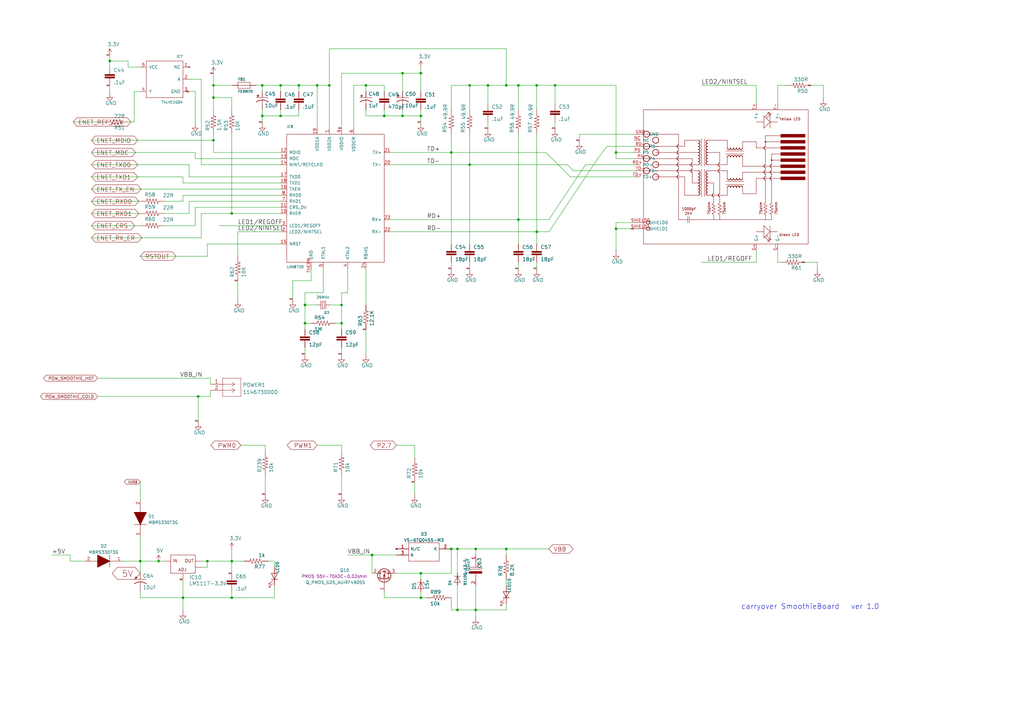
<source format=kicad_sch>
(kicad_sch (version 20211123) (generator eeschema)
  (paper "User" 426.441 293.954)
  (junction (at 256.54 63.5))
  (junction (at 127 127))
  (junction (at 88.9 35.56))
  (junction (at 127 134.62))
  (junction (at 175.26 30.48))
  (junction (at 58.42 233.68))
  (junction (at 109.22 48.26))
  (junction (at 45.72 25.4))
  (junction (at 210.82 35.56))
  (junction (at 256.54 95.25))
  (junction (at 154.94 231.14))
  (junction (at 223.52 96.52))
  (junction (at 66.04 233.68))
  (junction (at 167.64 48.26))
  (junction (at 215.9 35.56))
  (junction (at 132.08 35.56))
  (junction (at 190.5 254))
  (junction (at 116.84 48.26))
  (junction (at 187.96 228.6))
  (junction (at 96.52 88.9))
  (junction (at 88.9 58.42))
  (junction (at 198.12 254))
  (junction (at 167.64 30.48))
  (junction (at 175.26 248.92))
  (junction (at 187.96 63.5))
  (junction (at 88.9 40.64))
  (junction (at 76.2 248.92))
  (junction (at 203.2 35.56))
  (junction (at 86.36 233.68))
  (junction (at 152.4 35.56))
  (junction (at 175.26 48.26))
  (junction (at 223.52 35.56))
  (junction (at 190.5 228.6))
  (junction (at 137.16 35.56))
  (junction (at 142.24 127))
  (junction (at 215.9 91.44))
  (junction (at 195.58 68.58))
  (junction (at 96.52 248.92))
  (junction (at 116.84 35.56))
  (junction (at 82.55 165.1))
  (junction (at 109.22 35.56))
  (junction (at 195.58 35.56))
  (junction (at 96.52 233.68))
  (junction (at 231.14 35.56))
  (junction (at 142.24 134.62))
  (junction (at 124.46 35.56))
  (junction (at 175.26 238.76))
  (junction (at 160.02 48.26))
  (junction (at 198.12 228.6))
  (junction (at 210.82 228.6))
  (wire (pts (xy 76.2 73.66) (xy 38.1 73.66)))
  (wire (pts (xy 82.55 165.1) (xy 87.63 165.1)))
  (wire (pts (xy 45.72 25.4) (xy 45.72 27.94)))
  (wire (pts (xy 134.62 121.92) (xy 134.62 111.76)))
  (wire (pts (xy 83.82 88.9) (xy 96.52 88.9)))
  (wire (pts (xy 203.2 43.18) (xy 203.2 35.56)))
  (wire (pts (xy 127 137.16) (xy 127 134.62)))
  (wire (pts (xy 58.42 238.76) (xy 58.42 233.68)))
  (wire (pts (xy 256.54 92.71) (xy 256.54 95.25)))
  (wire (pts (xy 256.54 35.56) (xy 231.14 35.56)))
  (wire (pts (xy 96.52 35.56) (xy 88.9 35.56)))
  (wire (pts (xy 172.72 185.42) (xy 165.1 185.42)))
  (wire (pts (xy 137.16 20.32) (xy 210.82 20.32)))
  (wire (pts (xy 43.18 50.8) (xy 30.48 50.8)))
  (wire (pts (xy 58.42 83.82) (xy 38.1 83.82)))
  (wire (pts (xy 144.78 231.14) (xy 154.94 231.14)))
  (wire (pts (xy 58.42 233.68) (xy 66.04 233.68)))
  (wire (pts (xy 198.12 254) (xy 198.12 256.54)))
  (wire (pts (xy 160.02 45.72) (xy 160.02 48.26)))
  (wire (pts (xy 256.54 66.04) (xy 256.54 63.5)))
  (wire (pts (xy 114.3 248.92) (xy 96.52 248.92)))
  (wire (pts (xy 187.96 228.6) (xy 187.96 238.76)))
  (wire (pts (xy 96.52 88.9) (xy 116.84 88.9)))
  (wire (pts (xy 96.52 40.64) (xy 88.9 40.64)))
  (wire (pts (xy 215.9 101.6) (xy 215.9 91.44)))
  (wire (pts (xy 38.1 78.74) (xy 116.84 78.74)))
  (wire (pts (xy 45.72 22.86) (xy 45.72 25.4)))
  (wire (pts (xy 223.52 101.6) (xy 223.52 96.52)))
  (wire (pts (xy 96.52 248.92) (xy 76.2 248.92)))
  (wire (pts (xy 198.12 254) (xy 190.5 254)))
  (wire (pts (xy 175.26 48.26) (xy 175.26 45.72)))
  (wire (pts (xy 86.36 236.22) (xy 86.36 233.68)))
  (wire (pts (xy 88.9 35.56) (xy 88.9 40.64)))
  (wire (pts (xy 142.24 187.96) (xy 142.24 185.42)))
  (wire (pts (xy 187.96 248.92) (xy 187.96 254)))
  (wire (pts (xy 106.68 35.56) (xy 109.22 35.56)))
  (wire (pts (xy 167.64 48.26) (xy 175.26 48.26)))
  (wire (pts (xy 127 121.92) (xy 134.62 121.92)))
  (wire (pts (xy 162.56 96.52) (xy 223.52 96.52)))
  (wire (pts (xy 142.24 147.32) (xy 142.24 144.78)))
  (wire (pts (xy 139.7 134.62) (xy 142.24 134.62)))
  (wire (pts (xy 152.4 48.26) (xy 160.02 48.26)))
  (wire (pts (xy 215.9 45.72) (xy 215.9 35.56)))
  (wire (pts (xy 142.24 30.48) (xy 167.64 30.48)))
  (wire (pts (xy 86.36 106.68) (xy 58.42 106.68)))
  (wire (pts (xy 292.1 35.56) (xy 314.96 35.56)))
  (wire (pts (xy 142.24 185.42) (xy 132.08 185.42)))
  (wire (pts (xy 83.82 99.06) (xy 83.82 88.9)))
  (wire (pts (xy 187.96 45.72) (xy 187.96 35.56)))
  (wire (pts (xy 76.2 248.92) (xy 76.2 254)))
  (wire (pts (xy 190.5 238.76) (xy 190.5 228.6)))
  (wire (pts (xy 314.96 104.14) (xy 314.96 109.22)))
  (wire (pts (xy 124.46 45.72) (xy 124.46 48.26)))
  (wire (pts (xy 175.26 241.3) (xy 175.26 238.76)))
  (wire (pts (xy 81.28 63.5) (xy 81.28 66.04)))
  (wire (pts (xy 81.28 66.04) (xy 116.84 66.04)))
  (wire (pts (xy 99.06 106.68) (xy 99.06 96.52)))
  (wire (pts (xy 175.26 50.8) (xy 175.26 48.26)))
  (wire (pts (xy 81.28 38.1) (xy 81.28 50.8)))
  (wire (pts (xy 190.5 254) (xy 187.96 254)))
  (wire (pts (xy 210.82 228.6) (xy 228.6 228.6)))
  (wire (pts (xy 165.1 238.76) (xy 175.26 238.76)))
  (wire (pts (xy 203.2 35.56) (xy 195.58 35.56)))
  (wire (pts (xy 241.3 55.88) (xy 264.16 55.88)))
  (wire (pts (xy 190.5 243.84) (xy 190.5 254)))
  (wire (pts (xy 76.2 73.66) (xy 76.2 76.2)))
  (wire (pts (xy 109.22 50.8) (xy 109.22 48.26)))
  (wire (pts (xy 223.52 45.72) (xy 223.52 35.56)))
  (wire (pts (xy 167.64 38.1) (xy 167.64 30.48)))
  (wire (pts (xy 88.9 40.64) (xy 88.9 45.72)))
  (wire (pts (xy 99.06 116.84) (xy 99.06 124.46)))
  (wire (pts (xy 210.82 251.46) (xy 210.82 254)))
  (wire (pts (xy 132.08 127) (xy 127 127)))
  (wire (pts (xy 110.49 185.42) (xy 100.33 185.42)))
  (wire (pts (xy 83.82 68.58) (xy 83.82 33.02)))
  (wire (pts (xy 40.64 157.48) (xy 87.63 157.48)))
  (wire (pts (xy 292.1 109.22) (xy 314.96 109.22)))
  (wire (pts (xy 137.16 127) (xy 142.24 127)))
  (wire (pts (xy 264.16 73.66) (xy 237.49 73.66)))
  (wire (pts (xy 323.85 109.22) (xy 325.12 109.22)))
  (wire (pts (xy 116.84 96.52) (xy 99.06 96.52)))
  (wire (pts (xy 129.54 134.62) (xy 127 134.62)))
  (wire (pts (xy 187.96 111.76) (xy 187.96 109.22)))
  (wire (pts (xy 152.4 45.72) (xy 152.4 48.26)))
  (wire (pts (xy 264.16 68.58) (xy 243.84 68.58)))
  (wire (pts (xy 198.12 243.84) (xy 198.12 254)))
  (wire (pts (xy 198.12 228.6) (xy 198.12 231.14)))
  (wire (pts (xy 342.9 35.56) (xy 342.9 40.64)))
  (wire (pts (xy 82.55 165.1) (xy 82.55 175.26)))
  (wire (pts (xy 83.82 33.02) (xy 78.74 33.02)))
  (wire (pts (xy 190.5 228.6) (xy 198.12 228.6)))
  (wire (pts (xy 38.1 58.42) (xy 88.9 58.42)))
  (wire (pts (xy 152.4 137.16) (xy 152.4 147.32)))
  (wire (pts (xy 264.16 66.04) (xy 256.54 66.04)))
  (wire (pts (xy 116.84 101.6) (xy 86.36 101.6)))
  (wire (pts (xy 160.02 248.92) (xy 175.26 248.92)))
  (wire (pts (xy 78.74 73.66) (xy 116.84 73.66)))
  (wire (pts (xy 231.14 53.34) (xy 231.14 50.8)))
  (wire (pts (xy 53.34 27.94) (xy 53.34 25.4)))
  (wire (pts (xy 144.78 121.92) (xy 142.24 121.92)))
  (wire (pts (xy 78.74 68.58) (xy 38.1 68.58)))
  (wire (pts (xy 264.16 95.25) (xy 256.54 95.25)))
  (wire (pts (xy 175.26 248.92) (xy 175.26 246.38)))
  (wire (pts (xy 160.02 35.56) (xy 160.02 38.1)))
  (wire (pts (xy 210.82 254) (xy 198.12 254)))
  (wire (pts (xy 223.52 55.88) (xy 223.52 96.52)))
  (wire (pts (xy 223.52 111.76) (xy 223.52 109.22)))
  (wire (pts (xy 252.73 60.96) (xy 248.92 66.04)))
  (wire (pts (xy 256.54 63.5) (xy 264.16 63.5)))
  (wire (pts (xy 124.46 38.1) (xy 124.46 35.56)))
  (wire (pts (xy 154.94 231.14) (xy 154.94 238.76)))
  (wire (pts (xy 76.2 241.3) (xy 76.2 248.92)))
  (wire (pts (xy 81.28 93.98) (xy 81.28 86.36)))
  (wire (pts (xy 109.22 48.26) (xy 109.22 45.72)))
  (wire (pts (xy 162.56 91.44) (xy 215.9 91.44)))
  (wire (pts (xy 256.54 63.5) (xy 256.54 35.56)))
  (wire (pts (xy 55.88 50.8) (xy 55.88 38.1)))
  (wire (pts (xy 78.74 83.82) (xy 116.84 83.82)))
  (wire (pts (xy 58.42 88.9) (xy 38.1 88.9)))
  (wire (pts (xy 129.54 116.84) (xy 129.54 111.76)))
  (wire (pts (xy 162.56 63.5) (xy 187.96 63.5)))
  (wire (pts (xy 127 147.32) (xy 127 144.78)))
  (wire (pts (xy 142.24 205.74) (xy 142.24 198.12)))
  (wire (pts (xy 215.9 35.56) (xy 210.82 35.56)))
  (wire (pts (xy 88.9 63.5) (xy 116.84 63.5)))
  (wire (pts (xy 337.82 35.56) (xy 342.9 35.56)))
  (wire (pts (xy 264.16 92.71) (xy 256.54 92.71)))
  (wire (pts (xy 83.82 233.68) (xy 86.36 233.68)))
  (wire (pts (xy 323.85 43.18) (xy 323.85 35.56)))
  (wire (pts (xy 88.9 58.42) (xy 88.9 63.5)))
  (wire (pts (xy 142.24 127) (xy 142.24 134.62)))
  (wire (pts (xy 110.49 187.96) (xy 110.49 185.42)))
  (wire (pts (xy 58.42 27.94) (xy 53.34 27.94)))
  (wire (pts (xy 228.6 91.44) (xy 215.9 91.44)))
  (wire (pts (xy 91.44 93.98) (xy 116.84 93.98)))
  (wire (pts (xy 210.82 241.3) (xy 210.82 243.84)))
  (wire (pts (xy 162.56 68.58) (xy 195.58 68.58)))
  (wire (pts (xy 127 127) (xy 127 121.92)))
  (wire (pts (xy 198.12 228.6) (xy 210.82 228.6)))
  (wire (pts (xy 142.24 134.62) (xy 142.24 137.16)))
  (wire (pts (xy 55.88 38.1) (xy 58.42 38.1)))
  (wire (pts (xy 210.82 35.56) (xy 203.2 35.56)))
  (wire (pts (xy 132.08 53.34) (xy 132.08 35.56)))
  (wire (pts (xy 114.3 233.68) (xy 114.3 236.22)))
  (wire (pts (xy 215.9 111.76) (xy 215.9 109.22)))
  (wire (pts (xy 152.4 35.56) (xy 160.02 35.56)))
  (wire (pts (xy 152.4 111.76) (xy 152.4 127)))
  (wire (pts (xy 58.42 248.92) (xy 76.2 248.92)))
  (wire (pts (xy 190.5 228.6) (xy 187.96 228.6)))
  (wire (pts (xy 264.16 71.12) (xy 238.76 71.12)))
  (wire (pts (xy 29.21 233.68) (xy 35.56 233.68)))
  (wire (pts (xy 231.14 43.18) (xy 231.14 35.56)))
  (wire (pts (xy 323.85 104.14) (xy 323.85 109.22)))
  (wire (pts (xy 124.46 35.56) (xy 132.08 35.56)))
  (wire (pts (xy 101.6 233.68) (xy 96.52 233.68)))
  (wire (pts (xy 38.1 63.5) (xy 81.28 63.5)))
  (wire (pts (xy 124.46 48.26) (xy 116.84 48.26)))
  (wire (pts (xy 147.32 53.34) (xy 147.32 35.56)))
  (wire (pts (xy 96.52 233.68) (xy 96.52 228.6)))
  (wire (pts (xy 83.82 99.06) (xy 38.1 99.06)))
  (wire (pts (xy 86.36 101.6) (xy 86.36 106.68)))
  (wire (pts (xy 58.42 208.28) (xy 58.42 200.66)))
  (wire (pts (xy 147.32 35.56) (xy 152.4 35.56)))
  (wire (pts (xy 340.36 109.22) (xy 340.36 111.76)))
  (wire (pts (xy 116.84 48.26) (xy 109.22 48.26)))
  (wire (pts (xy 114.3 243.84) (xy 114.3 248.92)))
  (wire (pts (xy 137.16 35.56) (xy 137.16 53.34)))
  (wire (pts (xy 40.64 165.1) (xy 82.55 165.1)))
  (wire (pts (xy 223.52 35.56) (xy 215.9 35.56)))
  (wire (pts (xy 88.9 30.48) (xy 88.9 35.56)))
  (wire (pts (xy 21.59 231.14) (xy 29.21 231.14)))
  (wire (pts (xy 78.74 38.1) (xy 81.28 38.1)))
  (wire (pts (xy 152.4 38.1) (xy 152.4 35.56)))
  (wire (pts (xy 78.74 88.9) (xy 78.74 83.82)))
  (wire (pts (xy 81.28 86.36) (xy 116.84 86.36)))
  (wire (pts (xy 210.82 20.32) (xy 210.82 35.56)))
  (wire (pts (xy 96.52 246.38) (xy 96.52 248.92)))
  (wire (pts (xy 228.6 96.52) (xy 248.92 66.04)))
  (wire (pts (xy 195.58 101.6) (xy 195.58 68.58)))
  (wire (pts (xy 175.26 238.76) (xy 187.96 238.76)))
  (wire (pts (xy 172.72 190.5) (xy 172.72 185.42)))
  (wire (pts (xy 167.64 45.72) (xy 167.64 48.26)))
  (wire (pts (xy 160.02 48.26) (xy 167.64 48.26)))
  (wire (pts (xy 241.3 58.42) (xy 241.3 55.88)))
  (wire (pts (xy 87.63 165.1) (xy 87.63 162.56)))
  (wire (pts (xy 58.42 246.38) (xy 58.42 248.92)))
  (wire (pts (xy 96.52 45.72) (xy 96.52 40.64)))
  (wire (pts (xy 83.82 236.22) (xy 86.36 236.22)))
  (wire (pts (xy 66.04 233.68) (xy 68.58 233.68)))
  (wire (pts (xy 58.42 223.52) (xy 58.42 233.68)))
  (wire (pts (xy 231.14 35.56) (xy 223.52 35.56)))
  (wire (pts (xy 50.8 233.68) (xy 58.42 233.68)))
  (wire (pts (xy 236.22 68.58) (xy 195.58 68.58)))
  (wire (pts (xy 68.58 93.98) (xy 81.28 93.98)))
  (wire (pts (xy 58.42 93.98) (xy 38.1 93.98)))
  (wire (pts (xy 86.36 233.68) (xy 96.52 233.68)))
  (wire (pts (xy 160.02 246.38) (xy 160.02 248.92)))
  (wire (pts (xy 121.92 116.84) (xy 129.54 116.84)))
  (wire (pts (xy 78.74 68.58) (xy 78.74 73.66)))
  (wire (pts (xy 142.24 53.34) (xy 142.24 30.48)))
  (wire (pts (xy 335.28 109.22) (xy 340.36 109.22)))
  (wire (pts (xy 68.58 88.9) (xy 78.74 88.9)))
  (wire (pts (xy 175.26 30.48) (xy 175.26 27.94)))
  (wire (pts (xy 111.76 233.68) (xy 114.3 233.68)))
  (wire (pts (xy 228.6 96.52) (xy 223.52 96.52)))
  (wire (pts (xy 76.2 83.82) (xy 76.2 81.28)))
  (wire (pts (xy 172.72 200.66) (xy 172.72 205.74)))
  (wire (pts (xy 76.2 81.28) (xy 116.84 81.28)))
  (wire (pts (xy 109.22 38.1) (xy 109.22 35.56)))
  (wire (pts (xy 53.34 50.8) (xy 55.88 50.8)))
  (wire (pts (xy 29.21 231.14) (xy 29.21 233.68)))
  (wire (pts (xy 187.96 55.88) (xy 187.96 63.5)))
  (wire (pts (xy 314.96 43.18) (xy 314.96 35.56)))
  (wire (pts (xy 238.76 71.12) (xy 236.22 68.58)))
  (wire (pts (xy 195.58 111.76) (xy 195.58 109.22)))
  (wire (pts (xy 68.58 83.82) (xy 76.2 83.82)))
  (wire (pts (xy 110.49 205.74) (xy 110.49 198.12)))
  (wire (pts (xy 167.64 30.48) (xy 175.26 30.48)))
  (wire (pts (xy 195.58 35.56) (xy 187.96 35.56)))
  (wire (pts (xy 256.54 95.25) (xy 256.54 104.14)))
  (wire (pts (xy 195.58 55.88) (xy 195.58 68.58)))
  (wire (pts (xy 96.52 55.88) (xy 96.52 88.9)))
  (wire (pts (xy 144.78 111.76) (xy 144.78 121.92)))
  (wire (pts (xy 109.22 35.56) (xy 116.84 35.56)))
  (wire (pts (xy 177.8 248.92) (xy 175.26 248.92)))
  (wire (pts (xy 88.9 55.88) (xy 88.9 58.42)))
  (wire (pts (xy 96.52 238.76) (xy 96.52 233.68)))
  (wire (pts (xy 142.24 121.92) (xy 142.24 127)))
  (wire (pts (xy 203.2 53.34) (xy 203.2 50.8)))
  (wire (pts (xy 195.58 45.72) (xy 195.58 35.56)))
  (wire (pts (xy 116.84 68.58) (xy 83.82 68.58)))
  (wire (pts (xy 132.08 35.56) (xy 137.16 35.56)))
  (wire (pts (xy 87.63 157.48) (xy 87.63 160.02)))
  (wire (pts (xy 227.33 63.5) (xy 187.96 63.5)))
  (wire (pts (xy 116.84 35.56) (xy 124.46 35.56)))
  (wire (pts (xy 252.73 60.96) (xy 264.16 60.96)))
  (wire (pts (xy 243.84 68.58) (xy 228.6 91.44)))
  (wire (pts (xy 53.34 25.4) (xy 45.72 25.4)))
  (wire (pts (xy 215.9 55.88) (xy 215.9 91.44)))
  (wire (pts (xy 121.92 124.46) (xy 121.92 116.84)))
  (wire (pts (xy 137.16 35.56) (xy 137.16 20.32)))
  (wire (pts (xy 323.85 35.56) (xy 327.66 35.56)))
  (wire (pts (xy 45.72 35.56) (xy 45.72 38.1)))
  (wire (pts (xy 187.96 101.6) (xy 187.96 63.5)))
  (wire (pts (xy 127 134.62) (xy 127 127)))
  (wire (pts (xy 116.84 38.1) (xy 116.84 35.56)))
  (wire (pts (xy 116.84 45.72) (xy 116.84 48.26)))
  (wire (pts (xy 76.2 76.2) (xy 116.84 76.2)))
  (wire (pts (xy 237.49 73.66) (xy 227.33 63.5)))
  (wire (pts (xy 175.26 38.1) (xy 175.26 30.48)))
  (wire (pts (xy 154.94 231.14) (xy 165.1 231.14)))
  (wire (pts (xy 210.82 231.14) (xy 210.82 228.6)))
  (text "carryover SmoothieBoard   ver 1.0" (at 308.61 254 0) (effects (font (size 2.159 2.159)) (justify left bottom)))
  (label "LED2/NINTSEL" (at 99.06 96.52 0) (effects (font (size 1.778 1.778))))
  (label "VBB_IN" (at 144.78 231.14 0) (effects (font (size 1.778 1.778))))
  (label "RD+" (at 177.8 91.44 0) (effects (font (size 1.778 1.778))))
  (label "RD-" (at 177.8 96.52 0) (effects (font (size 1.778 1.778))))
  (label "TD+" (at 177.8 63.5 0) (effects (font (size 1.778 1.778))))
  (label "LED1/REGOFF" (at 294.64 109.22 0) (effects (font (size 1.778 1.778))))
  (label "+5V" (at 21.59 231.14 0) (effects (font (size 1.778 1.778))))
  (label "LED2/NINTSEL" (at 292.1 35.56 0) (effects (font (size 1.778 1.778))))
  (label "TD-" (at 177.8 68.58 0) (effects (font (size 1.778 1.778))))
  (label "VBB_IN" (at 74.93 157.48 0) (effects (font (size 1.778 1.778))))
  (label "LED1/REGOFF" (at 99.06 93.98 0) (effects (font (size 1.778 1.778))))
  (global_label "PWM0" (shape bidirectional) (at 100.33 185.42 180) (effects (font (size 1.778 1.778))) (property "Intersheet References" "${INTERSHEET_REFS}" (effects hide)))
  (global_label "GND" (shape bidirectional) (at 142.24 205.74 180) (effects (font (size 0.254 0.254))) (property "Intersheet References" "${INTERSHEET_REFS}" (effects hide)))
  (global_label "GND" (shape bidirectional) (at 110.49 205.74 180) (effects (font (size 0.254 0.254))) (property "Intersheet References" "${INTERSHEET_REFS}" (effects hide)))
  (global_label "GND" (shape bidirectional) (at 195.58 111.76 180) (effects (font (size 0.254 0.254))) (property "Intersheet References" "${INTERSHEET_REFS}" (effects hide)))
  (global_label "3.3V" (shape bidirectional) (at 45.72 22.86 180) (effects (font (size 0.254 0.254))) (property "Intersheet References" "${INTERSHEET_REFS}" (effects hide)))
  (global_label "GND" (shape bidirectional) (at 45.72 35.56 180) (effects (font (size 0.254 0.254))) (property "Intersheet References" "${INTERSHEET_REFS}" (effects hide)))
  (global_label "RSTOUT" (shape bidirectional) (at 58.42 106.68 0) (effects (font (size 1.778 1.778))) (property "Intersheet References" "${INTERSHEET_REFS}" (effects hide)))
  (global_label "GND" (shape bidirectional) (at 187.96 111.76 180) (effects (font (size 0.254 0.254))) (property "Intersheet References" "${INTERSHEET_REFS}" (effects hide)))
  (global_label "ENET_MDC" (shape bidirectional) (at 38.1 63.5 0) (effects (font (size 1.778 1.778))) (property "Intersheet References" "${INTERSHEET_REFS}" (effects hide)))
  (global_label "ENET_RXD0" (shape bidirectional) (at 38.1 83.82 0) (effects (font (size 1.778 1.778))) (property "Intersheet References" "${INTERSHEET_REFS}" (effects hide)))
  (global_label "GND" (shape bidirectional) (at 223.52 111.76 180) (effects (font (size 0.254 0.254))) (property "Intersheet References" "${INTERSHEET_REFS}" (effects hide)))
  (global_label "GND" (shape bidirectional) (at 99.06 116.84 180) (effects (font (size 0.254 0.254))) (property "Intersheet References" "${INTERSHEET_REFS}" (effects hide)))
  (global_label "GND" (shape bidirectional) (at 203.2 53.34 180) (effects (font (size 0.254 0.254))) (property "Intersheet References" "${INTERSHEET_REFS}" (effects hide)))
  (global_label "ENET_TXD1" (shape bidirectional) (at 38.1 73.66 0) (effects (font (size 1.778 1.778))) (property "Intersheet References" "${INTERSHEET_REFS}" (effects hide)))
  (global_label "ENET_CRS" (shape bidirectional) (at 38.1 93.98 0) (effects (font (size 1.778 1.778))) (property "Intersheet References" "${INTERSHEET_REFS}" (effects hide)))
  (global_label "GND" (shape bidirectional) (at 172.72 200.66 180) (effects (font (size 0.254 0.254))) (property "Intersheet References" "${INTERSHEET_REFS}" (effects hide)))
  (global_label "3.3V" (shape bidirectional) (at 96.52 238.76 180) (effects (font (size 0.254 0.254))) (property "Intersheet References" "${INTERSHEET_REFS}" (effects hide)))
  (global_label "GND" (shape bidirectional) (at 127 147.32 180) (effects (font (size 0.254 0.254))) (property "Intersheet References" "${INTERSHEET_REFS}" (effects hide)))
  (global_label "3.3V" (shape bidirectional) (at 88.9 30.48 180) (effects (font (size 0.254 0.254))) (property "Intersheet References" "${INTERSHEET_REFS}" (effects hide)))
  (global_label "ENET_TXD0" (shape bidirectional) (at 38.1 68.58 0) (effects (font (size 1.778 1.778))) (property "Intersheet References" "${INTERSHEET_REFS}" (effects hide)))
  (global_label "VUSB" (shape bidirectional) (at 58.42 200.66 180) (effects (font (size 1 1))) (property "Intersheet References" "${INTERSHEET_REFS}" (effects hide)))
  (global_label "ENET_TX_EN" (shape bidirectional) (at 38.1 78.74 0) (effects (font (size 1.778 1.778))) (property "Intersheet References" "${INTERSHEET_REFS}" (effects hide)))
  (global_label "GND" (shape bidirectional) (at 109.22 50.8 180) (effects (font (size 0.254 0.254))) (property "Intersheet References" "${INTERSHEET_REFS}" (effects hide)))
  (global_label "GND" (shape bidirectional) (at 82.55 175.26 180) (effects (font (size 0.254 0.254))) (property "Intersheet References" "${INTERSHEET_REFS}" (effects hide)))
  (global_label "3.3V" (shape bidirectional) (at 142.24 53.34 180) (effects (font (size 0.254 0.254))) (property "Intersheet References" "${INTERSHEET_REFS}" (effects hide)))
  (global_label "GND" (shape bidirectional) (at 152.4 137.16 180) (effects (font (size 0.254 0.254))) (property "Intersheet References" "${INTERSHEET_REFS}" (effects hide)))
  (global_label "GND" (shape bidirectional) (at 264.16 95.25 180) (effects (font (size 0.254 0.254))) (property "Intersheet References" "${INTERSHEET_REFS}" (effects hide)))
  (global_label "GND" (shape bidirectional) (at 76.2 241.3 180) (effects (font (size 0.254 0.254))) (property "Intersheet References" "${INTERSHEET_REFS}" (effects hide)))
  (global_label "GND" (shape bidirectional) (at 142.24 147.32 180) (effects (font (size 0.254 0.254))) (property "Intersheet References" "${INTERSHEET_REFS}" (effects hide)))
  (global_label "GND" (shape bidirectional) (at 175.26 50.8 180) (effects (font (size 0.254 0.254))) (property "Intersheet References" "${INTERSHEET_REFS}" (effects hide)))
  (global_label "ENET_REF_CLK" (shape bidirectional) (at 30.48 50.8 0) (effects (font (size 1.778 1.778))) (property "Intersheet References" "${INTERSHEET_REFS}" (effects hide)))
  (global_label "ENET_RXD1" (shape bidirectional) (at 38.1 88.9 0) (effects (font (size 1.778 1.778))) (property "Intersheet References" "${INTERSHEET_REFS}" (effects hide)))
  (global_label "GND" (shape bidirectional) (at 337.82 35.56 180) (effects (font (size 0.254 0.254))) (property "Intersheet References" "${INTERSHEET_REFS}" (effects hide)))
  (global_label "POW_SMOOTHIE_HOT" (shape bidirectional) (at 40.64 157.48 180) (property "Intersheet References" "${INTERSHEET_REFS}" (effects hide)))
  (global_label "GND" (shape bidirectional) (at 121.92 124.46 180) (effects (font (size 0.254 0.254))) (property "Intersheet References" "${INTERSHEET_REFS}" (effects hide)))
  (global_label "ENET_MDIO" (shape bidirectional) (at 38.1 58.42 0) (effects (font (size 1.778 1.778))) (property "Intersheet References" "${INTERSHEET_REFS}" (effects hide)))
  (global_label "GND" (shape bidirectional) (at 241.3 58.42 180) (effects (font (size 0.254 0.254))) (property "Intersheet References" "${INTERSHEET_REFS}" (effects hide)))
  (global_label "ENET_RX_ER" (shape bidirectional) (at 38.1 99.06 0) (effects (font (size 1.778 1.778))) (property "Intersheet References" "${INTERSHEET_REFS}" (effects hide)))
  (global_label "GND" (shape bidirectional) (at 231.14 53.34 180) (effects (font (size 0.254 0.254))) (property "Intersheet References" "${INTERSHEET_REFS}" (effects hide)))
  (global_label "GND" (shape bidirectional) (at 78.74 38.1 180) (effects (font (size 0.254 0.254))) (property "Intersheet References" "${INTERSHEET_REFS}" (effects hide)))
  (global_label "P2.7" (shape bidirectional) (at 165.1 185.42 180) (effects (font (size 1.778 1.778))) (property "Intersheet References" "${INTERSHEET_REFS}" (effects hide)))
  (global_label "GND" (shape bidirectional) (at 335.28 109.22 180) (effects (font (size 0.254 0.254))) (property "Intersheet References" "${INTERSHEET_REFS}" (effects hide)))
  (global_label "PWM1" (shape bidirectional) (at 132.08 185.42 180) (effects (font (size 1.778 1.778))) (property "Intersheet References" "${INTERSHEET_REFS}" (effects hide)))
  (global_label "POW_SMOOTHIE_COLD" (shape bidirectional) (at 40.64 165.1 180) (property "Intersheet References" "${INTERSHEET_REFS}" (effects hide)))
  (global_label "5V" (shape bidirectional) (at 58.42 238.76 180) (effects (font (size 2.54 2.54))) (property "Intersheet References" "${INTERSHEET_REFS}" (effects hide)))
  (global_label "VBB" (shape bidirectional) (at 228.6 228.6 0) (effects (font (size 1.778 1.778))) (property "Intersheet References" "${INTERSHEET_REFS}" (effects hide)))
  (global_label "GND" (shape bidirectional) (at 215.9 111.76 180) (effects (font (size 0.254 0.254))) (property "Intersheet References" "${INTERSHEET_REFS}" (effects hide)))
  (symbol (lib_id "smoothieboard-5driver-eagle-import:R-US_R0603") (at 88.9 50.8 90) (unit 1)
    (property "Reference" "R52" (at 87.4014 54.61 0) (effects (font (size 1.4986 1.4986)) (justify left bottom)))
    (property "Value" "1.5K" (at 92.202 54.61 0) (effects (font (size 1.4986 1.4986)) (justify left bottom)))
    (property "Footprint" "smoothieboard-5driver:R0603" (effects hide))
  )
  (symbol (lib_id "smoothieboard-5driver-eagle-import:R-US_R0603") (at 134.62 134.62 0) (unit 1)
    (property "Reference" "R64" (at 130.81 133.1214 0) (effects (font (size 1.4986 1.4986)) (justify left bottom)))
    (property "Value" "1M" (at 130.81 137.922 0) (effects (font (size 1.4986 1.4986)) (justify left bottom)))
    (property "Footprint" "smoothieboard-5driver:R0603" (effects hide))
  )
  (symbol (lib_id "smoothieboard-5driver-eagle-import:R-US_R0603") (at 99.06 111.76 90) (unit 1)
    (property "Reference" "R62" (at 97.5614 115.57 0) (effects (font (size 1.4986 1.4986)) (justify left bottom)))
    (property "Value" "10K" (at 102.362 115.57 0) (effects (font (size 1.4986 1.4986)) (justify left bottom)))
    (property "Footprint" "smoothieboard-5driver:R0603" (effects hide))
  )
  (symbol (lib_id "smoothieboard-5driver-eagle-import:C-EUC0603") (at 175.26 40.64 0) (unit 1)
    (property "Reference" "C51" (at 176.784 40.259 0) (effects (font (size 1.4986 1.4986)) (justify left bottom)))
    (property "Value" ".1uF" (at 176.784 45.339 0) (effects (font (size 1.4986 1.4986)) (justify left bottom)))
    (property "Footprint" "smoothieboard-5driver:C0603" (effects hide))
  )
  (symbol (lib_id "smoothieboard-5driver-eagle-import:3.3V") (at 45.72 22.86 0) (unit 1)
    (property "Reference" "#P+0119" (effects hide))
    (property "Value" "3.3V" (at 44.704 19.304 0) (effects (font (size 1.4986 1.4986)) (justify left bottom)))
  )
  (symbol (lib_id "smoothieboard-5driver-eagle-import:GND") (at 198.12 259.08 0) (unit 1)
    (property "Reference" "#SUPPLY0140" (effects hide))
    (property "Value" "GND" (at 196.215 262.255 0) (effects (font (size 1.4986 1.4986)) (justify left bottom)))
  )
  (symbol (lib_id "smoothieboard-5driver-eagle-import:V_REG_LM1117SOT223") (at 76.2 233.68 0) (unit 1)
    (property "Reference" "IC10" (at 78.74 241.3 0) (effects (font (size 1.4986 1.4986)) (justify left bottom)))
    (property "Value" "LM1117-3.3V" (at 78.74 243.84 0) (effects (font (size 1.4986 1.4986)) (justify left bottom)))
    (property "Footprint" "smoothieboard-5driver:SOT223" (effects hide))
  )
  (symbol (lib_id "smoothieboard-5driver-eagle-import:GND") (at 203.2 55.88 0) (unit 1)
    (property "Reference" "#SUPPLY0156" (effects hide))
    (property "Value" "GND" (at 201.295 59.055 0) (effects (font (size 1.4986 1.4986)) (justify left bottom)))
  )
  (symbol (lib_id "smoothieboard-5driver-eagle-import:LAN8720") (at 139.7 81.28 0) (unit 1)
    (property "Reference" "IC8" (at 119.38 53.34 0) (effects (font (size 1.0668 1.0668)) (justify left bottom)))
    (property "Value" "LAN8720" (at 119.38 111.76 0) (effects (font (size 1.0668 1.0668)) (justify left bottom)))
    (property "Footprint" "smoothieboard-5driver:QFN24_4MM" (effects hide))
  )
  (symbol (lib_id "smoothieboard-5driver-eagle-import:GND") (at 45.72 40.64 0) (unit 1)
    (property "Reference" "#SUPPLY0136" (effects hide))
    (property "Value" "GND" (at 43.815 43.815 0) (effects (font (size 1.4986 1.4986)) (justify left bottom)))
  )
  (symbol (lib_id "smoothieboard-5driver-eagle-import:R-US_R0603") (at 330.2 109.22 180) (unit 1)
    (property "Reference" "R61" (at 334.01 110.7186 0) (effects (font (size 1.4986 1.4986)) (justify left bottom)))
    (property "Value" "330R" (at 334.01 105.918 0) (effects (font (size 1.4986 1.4986)) (justify left bottom)))
    (property "Footprint" "smoothieboard-5driver:R0603" (effects hide))
  )
  (symbol (lib_id "smoothieboard-5driver-eagle-import:CAP_POL1206") (at 109.22 40.64 0) (unit 1)
    (property "Reference" "C45" (at 110.236 40.005 0) (effects (font (size 1.4986 1.4986)) (justify left bottom)))
    (property "Value" "10uF" (at 110.236 44.831 0) (effects (font (size 1.4986 1.4986)) (justify left bottom)))
    (property "Footprint" "smoothieboard-5driver:EIA3216" (effects hide))
  )
  (symbol (lib_id "smoothieboard-5driver-eagle-import:GND") (at 152.4 149.86 0) (unit 1)
    (property "Reference" "#SUPPLY0150" (effects hide))
    (property "Value" "GND" (at 150.495 153.035 0) (effects (font (size 1.4986 1.4986)) (justify left bottom)))
  )
  (symbol (lib_id "smoothieboard-5driver-eagle-import:GND") (at 142.24 208.28 0) (unit 1)
    (property "Reference" "#SUPPLY0139" (effects hide))
    (property "Value" "GND" (at 140.335 211.455 0) (effects (font (size 1.4986 1.4986)) (justify left bottom)))
  )
  (symbol (lib_id "smoothieboard-5driver-eagle-import:5V") (at 66.04 233.68 0) (unit 1)
    (property "Reference" "#U$0104" (effects hide))
    (property "Value" "5V" (at 65.024 230.124 0) (effects (font (size 1.4986 1.4986)) (justify left bottom)))
  )
  (symbol (lib_id "smoothieboard-5driver-eagle-import:GND") (at 142.24 149.86 0) (unit 1)
    (property "Reference" "#SUPPLY0151" (effects hide))
    (property "Value" "GND" (at 140.335 153.035 0) (effects (font (size 1.4986 1.4986)) (justify left bottom)))
  )
  (symbol (lib_id "smoothieboard-5driver-eagle-import:74LVC1G04") (at 68.58 33.02 0) (mirror y) (unit 1)
    (property "Reference" "IC7" (at 76.2 24.13 0) (effects (font (size 1.0668 1.0668)) (justify left bottom)))
    (property "Value" "74LVC1G04" (at 76.2 43.18 0) (effects (font (size 1.0668 1.0668)) (justify left bottom)))
    (property "Footprint" "smoothieboard-5driver:SOT23-5" (effects hide))
  )
  (symbol (lib_id "SAMAC:EDK107M035A9HAA") (at 198.12 231.14 270) (unit 1)
    (property "Reference" "C63" (at 198.755 232.156 0) (effects (font (size 1.4986 1.4986)) (justify left bottom)))
    (property "Value" "100uF" (at 193.929 232.156 0) (effects (font (size 1.4986 1.4986)) (justify left bottom)))
    (property "Footprint" "SAMAC:CAPAE660X800N" (effects hide))
    (property "Datasheet" "https://www.kemet.com/specsheet/EDK107M035A9HAA" (effects hide))
    (property "Description" "Aluminum Electrolytic Capacitors - SMD 35V 100uF 20%" (effects hide))
    (property "Height" "8" (effects hide))
    (property "Mouser Part Number" "80-EDK107M035A9HAA" (effects hide))
    (property "Mouser Price/Stock" "https://www.mouser.co.uk/ProductDetail/KEMET/EDK107M035A9HAA?qs=T9vdlufmP8wEbPdGrLfbyw%3D%3D" (effects hide))
    (property "Manufacturer_Name" "KEMET" (effects hide))
    (property "Manufacturer_Part_Number" "EDK107M035A9HAA" (effects hide))
  )
  (symbol (lib_id "smoothieboard-5driver-eagle-import:C-EUC0603") (at 203.2 45.72 0) (unit 1)
    (property "Reference" "C52" (at 204.724 45.339 0) (effects (font (size 1.4986 1.4986)) (justify left bottom)))
    (property "Value" ".1uF" (at 204.724 50.419 0) (effects (font (size 1.4986 1.4986)) (justify left bottom)))
    (property "Footprint" "smoothieboard-5driver:C0603" (effects hide))
  )
  (symbol (lib_id "smoothieboard-5driver-eagle-import:3.3V") (at 96.52 228.6 0) (unit 1)
    (property "Reference" "#P+0120" (effects hide))
    (property "Value" "3.3V" (at 95.504 225.044 0) (effects (font (size 1.4986 1.4986)) (justify left bottom)))
  )
  (symbol (lib_id "smoothieboard-5driver-eagle-import:R-US_R0603") (at 142.24 193.04 90) (unit 1)
    (property "Reference" "R71" (at 140.7414 196.85 0) (effects (font (size 1.4986 1.4986)) (justify left bottom)))
    (property "Value" "10k" (at 145.542 196.85 0) (effects (font (size 1.4986 1.4986)) (justify left bottom)))
    (property "Footprint" "smoothieboard-5driver:R0603" (effects hide))
  )
  (symbol (lib_id "smoothieboard-5driver-eagle-import:R-US_R0603") (at 63.5 83.82 180) (unit 1)
    (property "Reference" "R58" (at 64.77 80.2386 0) (effects (font (size 1.4986 1.4986)) (justify left bottom)))
    (property "Value" "22R" (at 72.39 80.518 0) (effects (font (size 1.4986 1.4986)) (justify left bottom)))
    (property "Footprint" "smoothieboard-5driver:R0603" (effects hide))
  )
  (symbol (lib_id "smoothieboard-5driver-eagle-import:GND") (at 99.06 127 0) (unit 1)
    (property "Reference" "#SUPPLY0134" (effects hide))
    (property "Value" "GND" (at 97.155 130.175 0) (effects (font (size 1.4986 1.4986)) (justify left bottom)))
  )
  (symbol (lib_id "smoothieboard-5driver-eagle-import:R-US_R0603") (at 182.88 248.92 0) (unit 1)
    (property "Reference" "R89" (at 179.07 247.4214 0) (effects (font (size 1.4986 1.4986)) (justify left bottom)))
    (property "Value" "10k" (at 179.07 252.222 0) (effects (font (size 1.4986 1.4986)) (justify left bottom)))
    (property "Footprint" "smoothieboard-5driver:R0603" (effects hide))
  )
  (symbol (lib_id "smoothieboard-5driver-eagle-import:C-EUC0603") (at 215.9 104.14 0) (unit 1)
    (property "Reference" "C56" (at 217.424 103.759 0) (effects (font (size 1.4986 1.4986)) (justify left bottom)))
    (property "Value" "18pF" (at 217.424 108.839 0) (effects (font (size 1.4986 1.4986)) (justify left bottom)))
    (property "Footprint" "smoothieboard-5driver:C0603" (effects hide))
  )
  (symbol (lib_id "smoothieboard-5driver-eagle-import:CRYSTALTHIN") (at 134.62 127 180) (unit 1)
    (property "Reference" "Q3" (at 137.16 129.54 0) (effects (font (size 1.0668 1.0668)) (justify left bottom)))
    (property "Value" "25MHz" (at 137.16 123.19 0) (effects (font (size 1.0668 1.0668)) (justify left bottom)))
    (property "Footprint" "smoothieboard-5driver:CRYSTAL_3.2X2.5" (effects hide))
  )
  (symbol (lib_id "smoothieboard-5driver-eagle-import:GND") (at 223.52 114.3 0) (unit 1)
    (property "Reference" "#SUPPLY0145" (effects hide))
    (property "Value" "GND" (at 221.615 117.475 0) (effects (font (size 1.4986 1.4986)) (justify left bottom)))
  )
  (symbol (lib_id "smoothieboard-5driver-eagle-import:C-EUC0603") (at 127 139.7 0) (unit 1)
    (property "Reference" "C58" (at 128.524 139.319 0) (effects (font (size 1.4986 1.4986)) (justify left bottom)))
    (property "Value" "12pF" (at 128.524 144.399 0) (effects (font (size 1.4986 1.4986)) (justify left bottom)))
    (property "Footprint" "smoothieboard-5driver:C0603" (effects hide))
  )
  (symbol (lib_id "smoothieboard-5driver-eagle-import:GND") (at 109.22 53.34 0) (unit 1)
    (property "Reference" "#SUPPLY0135" (effects hide))
    (property "Value" "GND" (at 107.315 56.515 0) (effects (font (size 1.4986 1.4986)) (justify left bottom)))
  )
  (symbol (lib_id "smoothieboard-5driver-eagle-import:R-US_R0603") (at 223.52 50.8 270) (unit 1)
    (property "Reference" "R57" (at 219.9386 50.8 0) (effects (font (size 1.4986 1.4986)) (justify left bottom)))
    (property "Value" "49.9R" (at 220.218 43.18 0) (effects (font (size 1.4986 1.4986)) (justify left bottom)))
    (property "Footprint" "smoothieboard-5driver:R0603" (effects hide))
  )
  (symbol (lib_id "smoothieboard-5driver-eagle-import:GND") (at 172.72 208.28 0) (unit 1)
    (property "Reference" "#SUPPLY0137" (effects hide))
    (property "Value" "GND" (at 170.815 211.455 0) (effects (font (size 1.4986 1.4986)) (justify left bottom)))
  )
  (symbol (lib_id "smoothieboard-5driver-eagle-import:C-EUC0603") (at 45.72 30.48 0) (unit 1)
    (property "Reference" "C44" (at 47.244 30.099 0) (effects (font (size 1.4986 1.4986)) (justify left bottom)))
    (property "Value" ".1uF" (at 47.244 35.179 0) (effects (font (size 1.4986 1.4986)) (justify left bottom)))
    (property "Footprint" "smoothieboard-5driver:C0603" (effects hide))
  )
  (symbol (lib_id "smoothieboard-5driver-eagle-import:R-US_R0603") (at 106.68 233.68 180) (unit 1)
    (property "Reference" "R77" (at 110.49 235.1786 0) (effects (font (size 1.4986 1.4986)) (justify left bottom)))
    (property "Value" "1k" (at 110.49 230.378 0) (effects (font (size 1.4986 1.4986)) (justify left bottom)))
    (property "Footprint" "smoothieboard-5driver:R0603" (effects hide))
  )
  (symbol (lib_id "smoothieboard-5driver-eagle-import:R-US_R0603") (at 332.74 35.56 180) (unit 1)
    (property "Reference" "R50" (at 336.55 37.0586 0) (effects (font (size 1.4986 1.4986)) (justify left bottom)))
    (property "Value" "330R" (at 336.55 32.258 0) (effects (font (size 1.4986 1.4986)) (justify left bottom)))
    (property "Footprint" "smoothieboard-5driver:R0603" (effects hide))
  )
  (symbol (lib_id "smoothieboard-5driver-eagle-import:R-US_R0603") (at 195.58 50.8 270) (unit 1)
    (property "Reference" "R55" (at 191.9986 50.8 0) (effects (font (size 1.4986 1.4986)) (justify left bottom)))
    (property "Value" "49.9R" (at 192.278 43.18 0) (effects (font (size 1.4986 1.4986)) (justify left bottom)))
    (property "Footprint" "smoothieboard-5driver:R0603" (effects hide))
  )
  (symbol (lib_id "smoothieboard-5driver-eagle-import:GND") (at 187.96 114.3 0) (unit 1)
    (property "Reference" "#SUPPLY0155" (effects hide))
    (property "Value" "GND" (at 186.055 117.475 0) (effects (font (size 1.4986 1.4986)) (justify left bottom)))
  )
  (symbol (lib_id "smoothieboard-5driver-eagle-import:GND") (at 175.26 53.34 0) (unit 1)
    (property "Reference" "#SUPPLY0157" (effects hide))
    (property "Value" "GND" (at 173.355 56.515 0) (effects (font (size 1.4986 1.4986)) (justify left bottom)))
  )
  (symbol (lib_id "smoothieboard-5driver-eagle-import:R-US_R0603") (at 215.9 50.8 270) (unit 1)
    (property "Reference" "R56" (at 212.3186 50.8 0) (effects (font (size 1.4986 1.4986)) (justify left bottom)))
    (property "Value" "49.9R" (at 212.598 43.18 0) (effects (font (size 1.4986 1.4986)) (justify left bottom)))
    (property "Footprint" "smoothieboard-5driver:R0603" (effects hide))
  )
  (symbol (lib_id "smoothieboard-5driver-eagle-import:R-US_R0603") (at 187.96 50.8 270) (unit 1)
    (property "Reference" "R54" (at 184.3786 50.8 0) (effects (font (size 1.4986 1.4986)) (justify left bottom)))
    (property "Value" "49.9R" (at 184.658 43.18 0) (effects (font (size 1.4986 1.4986)) (justify left bottom)))
    (property "Footprint" "smoothieboard-5driver:R0603" (effects hide))
  )
  (symbol (lib_id "smoothieboard-5driver-eagle-import:3.3V") (at 88.9 30.48 0) (unit 1)
    (property "Reference" "#P+0118" (effects hide))
    (property "Value" "3.3V" (at 87.884 26.924 0) (effects (font (size 1.4986 1.4986)) (justify left bottom)))
  )
  (symbol (lib_id "smoothieboard-5driver-eagle-import:R-US_R0603") (at 48.26 50.8 180) (unit 1)
    (property "Reference" "R51" (at 52.07 52.2986 0) (effects (font (size 1.4986 1.4986)) (justify left bottom)))
    (property "Value" "22R" (at 52.07 47.498 0) (effects (font (size 1.4986 1.4986)) (justify left bottom)))
    (property "Footprint" "smoothieboard-5driver:R0603" (effects hide))
  )
  (symbol (lib_id "smoothieboard-5driver-eagle-import:GND") (at 76.2 256.54 0) (unit 1)
    (property "Reference" "#SUPPLY0141" (effects hide))
    (property "Value" "GND" (at 74.295 259.715 0) (effects (font (size 1.4986 1.4986)) (justify left bottom)))
  )
  (symbol (lib_id "smoothieboard-5driver-eagle-import:R-US_R0603") (at 63.5 93.98 180) (unit 1)
    (property "Reference" "R60" (at 64.77 90.3986 0) (effects (font (size 1.4986 1.4986)) (justify left bottom)))
    (property "Value" "22R" (at 72.39 90.678 0) (effects (font (size 1.4986 1.4986)) (justify left bottom)))
    (property "Footprint" "smoothieboard-5driver:R0603" (effects hide))
  )
  (symbol (lib_id "smoothieboard-5driver-eagle-import:GND") (at 340.36 114.3 0) (unit 1)
    (property "Reference" "#SUPPLY0130" (effects hide))
    (property "Value" "GND" (at 338.455 117.475 0) (effects (font (size 1.4986 1.4986)) (justify left bottom)))
  )
  (symbol (lib_id "smoothieboard-5driver-eagle-import:DIODESMA") (at 190.5 241.3 90) (unit 1)
    (property "Reference" "D4" (at 187.96 243.84 0) (effects (font (size 1.0668 1.0668)) (justify left bottom)))
    (property "Value" "B1100-13-F" (at 194.31 243.84 0) (effects (font (size 1.0668 1.0668)) (justify left bottom)))
    (property "Footprint" "smoothieboard-5driver:SMADIODE" (effects hide))
  )
  (symbol (lib_id "smoothieboard-5driver-eagle-import:C-EUC0603") (at 116.84 40.64 0) (unit 1)
    (property "Reference" "C46" (at 118.364 40.259 0) (effects (font (size 1.4986 1.4986)) (justify left bottom)))
    (property "Value" ".1uF" (at 118.364 45.339 0) (effects (font (size 1.4986 1.4986)) (justify left bottom)))
    (property "Footprint" "smoothieboard-5driver:C0603" (effects hide))
  )
  (symbol (lib_id "smoothieboard-5driver-eagle-import:GND") (at 342.9 43.18 0) (unit 1)
    (property "Reference" "#SUPPLY0148" (effects hide))
    (property "Value" "GND" (at 340.995 46.355 0) (effects (font (size 1.4986 1.4986)) (justify left bottom)))
  )
  (symbol (lib_id "smoothieboard-5driver-eagle-import:CAP_POL1206") (at 152.4 40.64 0) (unit 1)
    (property "Reference" "C48" (at 153.416 40.005 0) (effects (font (size 1.4986 1.4986)) (justify left bottom)))
    (property "Value" "1uF" (at 153.416 44.831 0) (effects (font (size 1.4986 1.4986)) (justify left bottom)))
    (property "Footprint" "smoothieboard-5driver:EIA3216" (effects hide))
  )
  (symbol (lib_id "smoothieboard-5driver-eagle-import:R-US_R0603") (at 210.82 236.22 90) (unit 1)
    (property "Reference" "R78" (at 209.3214 240.03 0) (effects (font (size 1.4986 1.4986)) (justify left bottom)))
    (property "Value" "8.2K" (at 214.122 240.03 0) (effects (font (size 1.4986 1.4986)) (justify left bottom)))
    (property "Footprint" "smoothieboard-5driver:R0603" (effects hide))
  )
  (symbol (lib_id "smoothieboard-5driver-eagle-import:GND") (at 82.55 177.8 0) (unit 1)
    (property "Reference" "#SUPPLY0138" (effects hide))
    (property "Value" "GND" (at 80.645 180.975 0) (effects (font (size 1.4986 1.4986)) (justify left bottom)))
  )
  (symbol (lib_id "smoothieboard-5driver-eagle-import:GND") (at 127 149.86 0) (unit 1)
    (property "Reference" "#SUPPLY0152" (effects hide))
    (property "Value" "GND" (at 125.095 153.035 0) (effects (font (size 1.4986 1.4986)) (justify left bottom)))
  )
  (symbol (lib_id "smoothieboard-5driver-eagle-import:3.3V") (at 175.26 27.94 0) (unit 1)
    (property "Reference" "#P+0121" (effects hide))
    (property "Value" "3.3V" (at 174.244 24.384 0) (effects (font (size 1.4986 1.4986)) (justify left bottom)))
  )
  (symbol (lib_id "smoothieboard-5driver-eagle-import:R-US_R0603") (at 172.72 195.58 90) (unit 1)
    (property "Reference" "R72" (at 171.2214 199.39 0) (effects (font (size 1.4986 1.4986)) (justify left bottom)))
    (property "Value" "10k" (at 176.022 199.39 0) (effects (font (size 1.4986 1.4986)) (justify left bottom)))
    (property "Footprint" "Resistor_SMD:R_0603_1608Metric_Pad0.98x0.95mm_HandSolder" (effects hide))
  )
  (symbol (lib_id "smoothieboard-5driver-eagle-import:CAP_POL1206") (at 58.42 241.3 0) (unit 1)
    (property "Reference" "C64" (at 59.436 240.665 0) (effects (font (size 1.4986 1.4986)) (justify left bottom)))
    (property "Value" "10uF" (at 59.436 245.491 0) (effects (font (size 1.4986 1.4986)) (justify left bottom)))
    (property "Footprint" "smoothieboard-5driver:EIA3216" (effects hide))
  )
  (symbol (lib_id "smoothieboard-5driver-eagle-import:C-EUC0603") (at 195.58 104.14 0) (unit 1)
    (property "Reference" "C55" (at 197.104 103.759 0) (effects (font (size 1.4986 1.4986)) (justify left bottom)))
    (property "Value" "18pF" (at 197.104 108.839 0) (effects (font (size 1.4986 1.4986)) (justify left bottom)))
    (property "Footprint" "smoothieboard-5driver:C0603" (effects hide))
  )
  (symbol (lib_id "smoothieboard-5driver-eagle-import:C-EUC0603") (at 96.52 241.3 0) (unit 1)
    (property "Reference" "C65" (at 98.044 240.919 0) (effects (font (size 1.4986 1.4986)) (justify left bottom)))
    (property "Value" ".1uF" (at 98.044 245.999 0) (effects (font (size 1.4986 1.4986)) (justify left bottom)))
    (property "Footprint" "smoothieboard-5driver:C0603" (effects hide))
  )
  (symbol (lib_id "smoothieboard-5driver-eagle-import:HR911105A") (at 306.07 69.85 0) (unit 1)
    (property "Reference" "RJ1" (effects hide))
    (property "Value" "HR911105A" (effects hide))
    (property "Footprint" "smoothieboard-5driver:HR911105A" (effects hide))
  )
  (symbol (lib_id "smoothieboard-5driver-eagle-import:GND") (at 241.3 60.96 0) (unit 1)
    (property "Reference" "#SUPPLY0147" (effects hide))
    (property "Value" "GND" (at 239.395 64.135 0) (effects (font (size 1.4986 1.4986)) (justify left bottom)))
  )
  (symbol (lib_id "smoothieboard-5driver-eagle-import:GND") (at 256.54 106.68 0) (unit 1)
    (property "Reference" "#SUPPLY0146" (effects hide))
    (property "Value" "GND" (at 254.635 109.855 0) (effects (font (size 1.4986 1.4986)) (justify left bottom)))
  )
  (symbol (lib_id "smoothieboard-5driver-eagle-import:GND") (at 81.28 53.34 0) (unit 1)
    (property "Reference" "#SUPPLY0132" (effects hide))
    (property "Value" "GND" (at 79.375 56.515 0) (effects (font (size 1.4986 1.4986)) (justify left bottom)))
  )
  (symbol (lib_id "smoothieboard-5driver-eagle-import:GND") (at 215.9 114.3 0) (unit 1)
    (property "Reference" "#SUPPLY0153" (effects hide))
    (property "Value" "GND" (at 213.995 117.475 0) (effects (font (size 1.4986 1.4986)) (justify left bottom)))
  )
  (symbol (lib_id "smoothieboard-5driver-eagle-import:GND") (at 231.14 55.88 0) (unit 1)
    (property "Reference" "#SUPPLY0144" (effects hide))
    (property "Value" "GND" (at 229.235 59.055 0) (effects (font (size 1.4986 1.4986)) (justify left bottom)))
  )
  (symbol (lib_id "smoothieboard-5driver-eagle-import:R-US_R0603") (at 96.52 50.8 90) (unit 1)
    (property "Reference" "R53" (at 95.0214 54.61 0) (effects (font (size 1.4986 1.4986)) (justify left bottom)))
    (property "Value" "10K" (at 99.822 54.61 0) (effects (font (size 1.4986 1.4986)) (justify left bottom)))
    (property "Footprint" "smoothieboard-5driver:R0603" (effects hide))
  )
  (symbol (lib_id "smoothieboard-5driver-eagle-import:GND") (at 121.92 127 0) (unit 1)
    (property "Reference" "#SUPPLY0133" (effects hide))
    (property "Value" "GND" (at 120.015 130.175 0) (effects (font (size 1.4986 1.4986)) (justify left bottom)))
  )
  (symbol (lib_id "smoothieboard-5driver-eagle-import:C-EUC0603") (at 231.14 45.72 0) (unit 1)
    (property "Reference" "C53" (at 232.664 45.339 0) (effects (font (size 1.4986 1.4986)) (justify left bottom)))
    (property "Value" ".1uF" (at 232.664 50.419 0) (effects (font (size 1.4986 1.4986)) (justify left bottom)))
    (property "Footprint" "smoothieboard-5driver:C0603" (effects hide))
  )
  (symbol (lib_id "smoothieboard-5driver-eagle-import:ZENER-DIODESMB") (at 175.26 243.84 90) (unit 1)
    (property "Reference" "D5" (at 173.355 245.618 0) (effects (font (size 1.4986 1.4986)) (justify left bottom)))
    (property "Value" "15v" (at 178.689 245.618 0) (effects (font (size 1.4986 1.4986)) (justify left bottom)))
    (property "Footprint" "smoothieboard-5driver:SMB" (effects hide))
  )
  (symbol (lib_id "smoothieboard-5driver-eagle-import:CAP_POL1206") (at 167.64 40.64 0) (unit 1)
    (property "Reference" "C50" (at 168.656 40.005 0) (effects (font (size 1.4986 1.4986)) (justify left bottom)))
    (property "Value" "10uF" (at 168.656 44.831 0) (effects (font (size 1.4986 1.4986)) (justify left bottom)))
    (property "Footprint" "smoothieboard-5driver:EIA3216" (effects hide))
  )
  (symbol (lib_id "smoothieboard-5driver-eagle-import:R-US_R0603") (at 63.5 88.9 180) (unit 1)
    (property "Reference" "R59" (at 64.77 85.3186 0) (effects (font (size 1.4986 1.4986)) (justify left bottom)))
    (property "Value" "22R" (at 72.39 85.598 0) (effects (font (size 1.4986 1.4986)) (justify left bottom)))
    (property "Footprint" "smoothieboard-5driver:R0603" (effects hide))
  )
  (symbol (lib_id "smoothieboard-5driver-eagle-import:C-EUC0603") (at 124.46 40.64 0) (unit 1)
    (property "Reference" "C47" (at 125.984 40.259 0) (effects (font (size 1.4986 1.4986)) (justify left bottom)))
    (property "Value" ".1uF" (at 125.984 45.339 0) (effects (font (size 1.4986 1.4986)) (justify left bottom)))
    (property "Footprint" "smoothieboard-5driver:C0603" (effects hide))
  )
  (symbol (lib_id "smoothieboard-5driver-eagle-import:C-EUC0603") (at 223.52 104.14 0) (unit 1)
    (property "Reference" "C57" (at 225.044 103.759 0) (effects (font (size 1.4986 1.4986)) (justify left bottom)))
    (property "Value" "18pF" (at 225.044 108.839 0) (effects (font (size 1.4986 1.4986)) (justify left bottom)))
    (property "Footprint" "smoothieboard-5driver:C0603" (effects hide))
  )
  (symbol (lib_id "smoothieboard-5driver-eagle-import:C-EUC0603K") (at 160.02 40.64 0) (unit 1)
    (property "Reference" "C49" (at 161.544 40.259 0) (effects (font (size 1.4986 1.4986)) (justify left bottom)))
    (property "Value" "470pF" (at 161.544 45.339 0) (effects (font (size 1.4986 1.4986)) (justify left bottom)))
    (property "Footprint" "smoothieboard-5driver:C0603K" (effects hide))
  )
  (symbol (lib_id "smoothieboard-5driver-eagle-import:R-US_R0603") (at 152.4 132.08 90) (unit 1)
    (property "Reference" "R63" (at 150.9014 135.89 0) (effects (font (size 1.4986 1.4986)) (justify left bottom)))
    (property "Value" "12.1K" (at 155.702 135.89 0) (effects (font (size 1.4986 1.4986)) (justify left bottom)))
    (property "Footprint" "smoothieboard-5driver:R0603" (effects hide))
  )
  (symbol (lib_id "smoothieboard-5driver-eagle-import:GND") (at 195.58 114.3 0) (unit 1)
    (property "Reference" "#SUPPLY0154" (effects hide))
    (property "Value" "GND" (at 193.675 117.475 0) (effects (font (size 1.4986 1.4986)) (justify left bottom)))
  )
  (symbol (lib_id "smoothieboard-5driver-eagle-import:FERRITE") (at 101.6 35.56 0) (unit 1)
    (property "Reference" "FB1" (at 99.06 33.655 0) (effects (font (size 1.0668 1.0668)) (justify left bottom)))
    (property "Value" "FERRITE" (at 99.06 38.735 0) (effects (font (size 1.0668 1.0668)) (justify left bottom)))
    (property "Footprint" "smoothieboard-5driver:0603" (effects hide))
  )
  (symbol (lib_id "smoothieboard-5driver-eagle-import:C-EUC0603") (at 142.24 139.7 0) (unit 1)
    (property "Reference" "C59" (at 143.764 139.319 0) (effects (font (size 1.4986 1.4986)) (justify left bottom)))
    (property "Value" "12pF" (at 143.764 144.399 0) (effects (font (size 1.4986 1.4986)) (justify left bottom)))
    (property "Footprint" "smoothieboard-5driver:C0603" (effects hide))
  )
  (symbol (lib_id "smoothieboard-5driver-eagle-import:C-EUC0603") (at 187.96 104.14 0) (unit 1)
    (property "Reference" "C54" (at 189.484 103.759 0) (effects (font (size 1.4986 1.4986)) (justify left bottom)))
    (property "Value" "18pF" (at 189.484 108.839 0) (effects (font (size 1.4986 1.4986)) (justify left bottom)))
    (property "Footprint" "smoothieboard-5driver:C0603" (effects hide))
  )
  (symbol (lib_id "SAMAC:MBRS330T3G") (at 58.42 223.52 90) (unit 1)
    (property "Reference" "D1" (at 61.722 215.0653 90) (effects (justify right)))
    (property "Value" "MBRS330T3G" (at 61.722 217.6022 90) (effects (justify right)))
    (property "Footprint" "SAMAC:DIOM7958X256N" (effects hide))
    (property "Datasheet" "http://www.onsemi.com/pub/Collateral/MBRS340T3-D.PDF" (effects hide))
    (property "Height" "2.56" (effects hide))
    (property "Mouser Part Number" "863-MBRS330T3G" (effects hide))
    (property "Mouser Price/Stock" "https://www.mouser.co.uk/ProductDetail/onsemi/MBRS330T3G?qs=3JMERSakebqQvNYO1akzWA%3D%3D" (effects hide))
    (property "Manufacturer_Name" "onsemi" (effects hide))
    (property "Manufacturer_Part_Number" "MBRS330T3G" (effects hide))
  )
  (symbol (lib_id "OMNIMATE1148630000:1146730000") (at 87.63 160.02 0) (unit 1)
    (property "Reference" "POWER1" (at 101.0285 160.3138 0) (effects (font (size 1.524 1.524)) (justify left)))
    (property "Value" "1146730000" (at 101.0285 163.3072 0) (effects (font (size 1.524 1.524)) (justify left)))
    (property "Footprint" "OMNIMATE1148630000:1146730000" (effects hide))
  )
  (symbol (lib_id "smoothieboard-5driver-eagle-import:GND") (at 110.49 208.28 0) (unit 1)
    (property "Reference" "#SUPPLY0103" (effects hide))
    (property "Value" "GND" (at 108.585 211.455 0) (effects (font (size 1.4986 1.4986)) (justify left bottom)))
  )
  (symbol (lib_id "mother-rescue:LED-Device") (at 114.3 240.03 270) (mirror x) (unit 1)
    (property "Reference" "LED9" (at 115.57 236.22 0))
    (property "Value" "150060SS75000" (effects hide))
    (property "Footprint" "Diode_SMD:D_0603_1608Metric_Pad1.05x0.95mm_HandSolder" (effects hide))
  )
  (symbol (lib_id "natuition_electronic_2022:Q_PMOS_GDS_AUIRF4905S") (at 160.02 241.3 90) (unit 1)
    (property "Reference" "Q10" (at 143.51 237.49 90))
    (property "Value" "Q_PMOS_GDS_AUIRF4905S" (at 139.7 242.57 90))
    (property "Footprint" "Package_TO_SOT_SMD:TO-263-2" (effects hide))
    (property "Field4" "PMOS 55V-70ADC-0,02ohm " (at 139.7 240.03 90))
  )
  (symbol (lib_id "mother-rescue:LED-Device") (at 210.82 247.65 270) (mirror x) (unit 1)
    (property "Reference" "LED10" (at 212.09 243.84 0))
    (property "Value" "150060SS75000" (effects hide))
    (property "Footprint" "Diode_SMD:D_0603_1608Metric_Pad1.05x0.95mm_HandSolder" (effects hide))
  )
  (symbol (lib_id "SAMAC:MBRS330T3G") (at 50.8 233.68 180) (unit 1)
    (property "Reference" "D2" (at 43.18 227.4402 0))
    (property "Value" "MBRS330T3G" (at 43.18 229.9771 0))
    (property "Footprint" "SAMAC:DIOM7958X256N" (effects hide))
    (property "Datasheet" "http://www.onsemi.com/pub/Collateral/MBRS340T3-D.PDF" (effects hide))
    (property "Height" "2.56" (effects hide))
    (property "Mouser Part Number" "863-MBRS330T3G" (effects hide))
    (property "Mouser Price/Stock" "https://www.mouser.co.uk/ProductDetail/onsemi/MBRS330T3G?qs=3JMERSakebqQvNYO1akzWA%3D%3D" (effects hide))
    (property "Manufacturer_Name" "onsemi" (effects hide))
    (property "Manufacturer_Part_Number" "MBRS330T3G" (effects hide))
  )
  (symbol (lib_id "SAMAC:VS-6TQ045S-M3") (at 165.1 228.6 0) (unit 1)
    (property "Reference" "D3" (at 176.53 222.411 0))
    (property "Value" "VS-6TQ045S-M3" (at 176.53 224.9479 0))
    (property "Footprint" "SAMAC:VS6TQ045SM3" (effects hide))
    (property "Datasheet" "http://www.vishay.com/docs/94945/vs-6tqs-m3.pdf" (effects hide))
    (property "Description" "Diode Schottky 45V 6A 3-Pin(2+Tab) D2PAK Tube" (effects hide))
    (property "Height" "4.83" (effects hide))
    (property "Mouser Part Number" "78-VS-6TQ045S-M3" (effects hide))
    (property "Mouser Price/Stock" "https://www.mouser.co.uk/ProductDetail/Vishay-Semiconductors/VS-6TQ045S-M3?qs=3SS1MhAOHqoxROiyL7Qyxg%3D%3D" (effects hide))
    (property "Manufacturer_Name" "Vishay" (effects hide))
    (property "Manufacturer_Part_Number" "VS-6TQ045S-M3" (effects hide))
  )
  (symbol (lib_id "smoothieboard-5driver-eagle-import:R-US_R0603") (at 110.49 193.04 90) (unit 1)
    (property "Reference" "R239" (at 108.9914 196.85 0) (effects (font (size 1.4986 1.4986)) (justify left bottom)))
    (property "Value" "10k" (at 113.792 196.85 0) (effects (font (size 1.4986 1.4986)) (justify left bottom)))
    (property "Footprint" "Resistor_SMD:R_0603_1608Metric_Pad0.98x0.95mm_HandSolder" (effects hide))
  )
)
</source>
